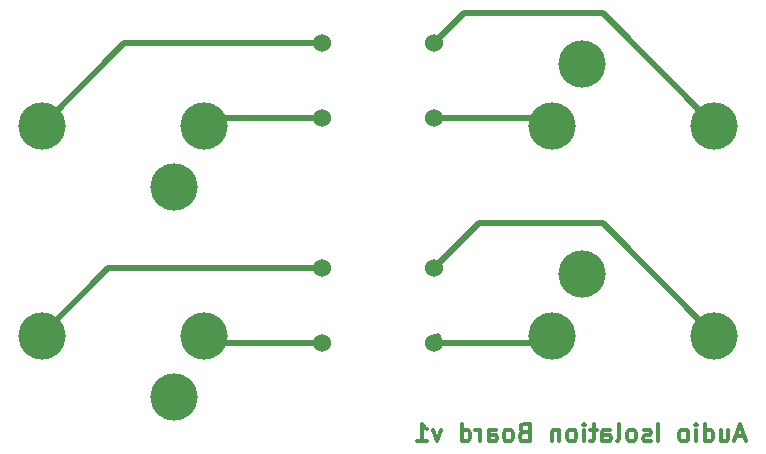
<source format=gbr>
G04 #@! TF.FileFunction,Copper,L2,Bot,Signal*
%FSLAX46Y46*%
G04 Gerber Fmt 4.6, Leading zero omitted, Abs format (unit mm)*
G04 Created by KiCad (PCBNEW 4.0.2-stable) date Wed 21 Sep 2016 02:18:44 PM PDT*
%MOMM*%
G01*
G04 APERTURE LIST*
%ADD10C,0.100000*%
%ADD11C,0.300000*%
%ADD12C,4.000000*%
%ADD13C,1.524000*%
%ADD14C,0.500000*%
G04 APERTURE END LIST*
D10*
D11*
X152922143Y-138045000D02*
X152207857Y-138045000D01*
X153065000Y-138473571D02*
X152565000Y-136973571D01*
X152065000Y-138473571D01*
X150922143Y-137473571D02*
X150922143Y-138473571D01*
X151565000Y-137473571D02*
X151565000Y-138259286D01*
X151493572Y-138402143D01*
X151350714Y-138473571D01*
X151136429Y-138473571D01*
X150993572Y-138402143D01*
X150922143Y-138330714D01*
X149565000Y-138473571D02*
X149565000Y-136973571D01*
X149565000Y-138402143D02*
X149707857Y-138473571D01*
X149993571Y-138473571D01*
X150136429Y-138402143D01*
X150207857Y-138330714D01*
X150279286Y-138187857D01*
X150279286Y-137759286D01*
X150207857Y-137616429D01*
X150136429Y-137545000D01*
X149993571Y-137473571D01*
X149707857Y-137473571D01*
X149565000Y-137545000D01*
X148850714Y-138473571D02*
X148850714Y-137473571D01*
X148850714Y-136973571D02*
X148922143Y-137045000D01*
X148850714Y-137116429D01*
X148779286Y-137045000D01*
X148850714Y-136973571D01*
X148850714Y-137116429D01*
X147922142Y-138473571D02*
X148065000Y-138402143D01*
X148136428Y-138330714D01*
X148207857Y-138187857D01*
X148207857Y-137759286D01*
X148136428Y-137616429D01*
X148065000Y-137545000D01*
X147922142Y-137473571D01*
X147707857Y-137473571D01*
X147565000Y-137545000D01*
X147493571Y-137616429D01*
X147422142Y-137759286D01*
X147422142Y-138187857D01*
X147493571Y-138330714D01*
X147565000Y-138402143D01*
X147707857Y-138473571D01*
X147922142Y-138473571D01*
X145636428Y-138473571D02*
X145636428Y-136973571D01*
X144993571Y-138402143D02*
X144850714Y-138473571D01*
X144564999Y-138473571D01*
X144422142Y-138402143D01*
X144350714Y-138259286D01*
X144350714Y-138187857D01*
X144422142Y-138045000D01*
X144564999Y-137973571D01*
X144779285Y-137973571D01*
X144922142Y-137902143D01*
X144993571Y-137759286D01*
X144993571Y-137687857D01*
X144922142Y-137545000D01*
X144779285Y-137473571D01*
X144564999Y-137473571D01*
X144422142Y-137545000D01*
X143493570Y-138473571D02*
X143636428Y-138402143D01*
X143707856Y-138330714D01*
X143779285Y-138187857D01*
X143779285Y-137759286D01*
X143707856Y-137616429D01*
X143636428Y-137545000D01*
X143493570Y-137473571D01*
X143279285Y-137473571D01*
X143136428Y-137545000D01*
X143064999Y-137616429D01*
X142993570Y-137759286D01*
X142993570Y-138187857D01*
X143064999Y-138330714D01*
X143136428Y-138402143D01*
X143279285Y-138473571D01*
X143493570Y-138473571D01*
X142136427Y-138473571D02*
X142279285Y-138402143D01*
X142350713Y-138259286D01*
X142350713Y-136973571D01*
X140922142Y-138473571D02*
X140922142Y-137687857D01*
X140993571Y-137545000D01*
X141136428Y-137473571D01*
X141422142Y-137473571D01*
X141564999Y-137545000D01*
X140922142Y-138402143D02*
X141064999Y-138473571D01*
X141422142Y-138473571D01*
X141564999Y-138402143D01*
X141636428Y-138259286D01*
X141636428Y-138116429D01*
X141564999Y-137973571D01*
X141422142Y-137902143D01*
X141064999Y-137902143D01*
X140922142Y-137830714D01*
X140422142Y-137473571D02*
X139850713Y-137473571D01*
X140207856Y-136973571D02*
X140207856Y-138259286D01*
X140136428Y-138402143D01*
X139993570Y-138473571D01*
X139850713Y-138473571D01*
X139350713Y-138473571D02*
X139350713Y-137473571D01*
X139350713Y-136973571D02*
X139422142Y-137045000D01*
X139350713Y-137116429D01*
X139279285Y-137045000D01*
X139350713Y-136973571D01*
X139350713Y-137116429D01*
X138422141Y-138473571D02*
X138564999Y-138402143D01*
X138636427Y-138330714D01*
X138707856Y-138187857D01*
X138707856Y-137759286D01*
X138636427Y-137616429D01*
X138564999Y-137545000D01*
X138422141Y-137473571D01*
X138207856Y-137473571D01*
X138064999Y-137545000D01*
X137993570Y-137616429D01*
X137922141Y-137759286D01*
X137922141Y-138187857D01*
X137993570Y-138330714D01*
X138064999Y-138402143D01*
X138207856Y-138473571D01*
X138422141Y-138473571D01*
X137279284Y-137473571D02*
X137279284Y-138473571D01*
X137279284Y-137616429D02*
X137207856Y-137545000D01*
X137064998Y-137473571D01*
X136850713Y-137473571D01*
X136707856Y-137545000D01*
X136636427Y-137687857D01*
X136636427Y-138473571D01*
X134279284Y-137687857D02*
X134064998Y-137759286D01*
X133993570Y-137830714D01*
X133922141Y-137973571D01*
X133922141Y-138187857D01*
X133993570Y-138330714D01*
X134064998Y-138402143D01*
X134207856Y-138473571D01*
X134779284Y-138473571D01*
X134779284Y-136973571D01*
X134279284Y-136973571D01*
X134136427Y-137045000D01*
X134064998Y-137116429D01*
X133993570Y-137259286D01*
X133993570Y-137402143D01*
X134064998Y-137545000D01*
X134136427Y-137616429D01*
X134279284Y-137687857D01*
X134779284Y-137687857D01*
X133064998Y-138473571D02*
X133207856Y-138402143D01*
X133279284Y-138330714D01*
X133350713Y-138187857D01*
X133350713Y-137759286D01*
X133279284Y-137616429D01*
X133207856Y-137545000D01*
X133064998Y-137473571D01*
X132850713Y-137473571D01*
X132707856Y-137545000D01*
X132636427Y-137616429D01*
X132564998Y-137759286D01*
X132564998Y-138187857D01*
X132636427Y-138330714D01*
X132707856Y-138402143D01*
X132850713Y-138473571D01*
X133064998Y-138473571D01*
X131279284Y-138473571D02*
X131279284Y-137687857D01*
X131350713Y-137545000D01*
X131493570Y-137473571D01*
X131779284Y-137473571D01*
X131922141Y-137545000D01*
X131279284Y-138402143D02*
X131422141Y-138473571D01*
X131779284Y-138473571D01*
X131922141Y-138402143D01*
X131993570Y-138259286D01*
X131993570Y-138116429D01*
X131922141Y-137973571D01*
X131779284Y-137902143D01*
X131422141Y-137902143D01*
X131279284Y-137830714D01*
X130564998Y-138473571D02*
X130564998Y-137473571D01*
X130564998Y-137759286D02*
X130493570Y-137616429D01*
X130422141Y-137545000D01*
X130279284Y-137473571D01*
X130136427Y-137473571D01*
X128993570Y-138473571D02*
X128993570Y-136973571D01*
X128993570Y-138402143D02*
X129136427Y-138473571D01*
X129422141Y-138473571D01*
X129564999Y-138402143D01*
X129636427Y-138330714D01*
X129707856Y-138187857D01*
X129707856Y-137759286D01*
X129636427Y-137616429D01*
X129564999Y-137545000D01*
X129422141Y-137473571D01*
X129136427Y-137473571D01*
X128993570Y-137545000D01*
X127279284Y-137473571D02*
X126922141Y-138473571D01*
X126564999Y-137473571D01*
X125207856Y-138473571D02*
X126064999Y-138473571D01*
X125636427Y-138473571D02*
X125636427Y-136973571D01*
X125779284Y-137187857D01*
X125922142Y-137330714D01*
X126064999Y-137402143D01*
D12*
X93460000Y-111760000D03*
X107160000Y-111760000D03*
X104660000Y-116960000D03*
X93460000Y-129540000D03*
X107160000Y-129540000D03*
X104660000Y-134740000D03*
X150380000Y-129540000D03*
X136680000Y-129540000D03*
X139180000Y-124340000D03*
X150380000Y-111760000D03*
X136680000Y-111760000D03*
X139180000Y-106560000D03*
D13*
X126683000Y-104775000D03*
X126683000Y-111125000D03*
X117157000Y-104775000D03*
X117157000Y-111125000D03*
X126683000Y-123825000D03*
X126683000Y-130175000D03*
X117157000Y-123825000D03*
X117157000Y-130175000D03*
D14*
X117157000Y-104775000D02*
X100445000Y-104775000D01*
X100445000Y-104775000D02*
X93460000Y-111760000D01*
X117157000Y-111125000D02*
X107795000Y-111125000D01*
X107795000Y-111125000D02*
X107160000Y-111760000D01*
X93460000Y-129540000D02*
X93460000Y-129425000D01*
X93460000Y-129425000D02*
X99060000Y-123825000D01*
X99060000Y-123825000D02*
X117157000Y-123825000D01*
X117157000Y-130175000D02*
X107795000Y-130175000D01*
X107795000Y-130175000D02*
X107160000Y-129540000D01*
X150380000Y-129540000D02*
X150380000Y-129425000D01*
X150380000Y-129425000D02*
X140970000Y-120015000D01*
X140970000Y-120015000D02*
X130493000Y-120015000D01*
X130493000Y-120015000D02*
X126683000Y-123825000D01*
X126683000Y-130175000D02*
X136045000Y-130175000D01*
X136045000Y-130175000D02*
X136680000Y-129540000D01*
X126683000Y-130175000D02*
X126683000Y-129857000D01*
X126683000Y-129857000D02*
X127000000Y-129540000D01*
X150380000Y-111760000D02*
X150380000Y-111645000D01*
X150380000Y-111645000D02*
X140970000Y-102235000D01*
X140970000Y-102235000D02*
X129223000Y-102235000D01*
X129223000Y-102235000D02*
X126683000Y-104775000D01*
X126683000Y-111125000D02*
X136045000Y-111125000D01*
X136045000Y-111125000D02*
X136680000Y-111760000D01*
M02*

</source>
